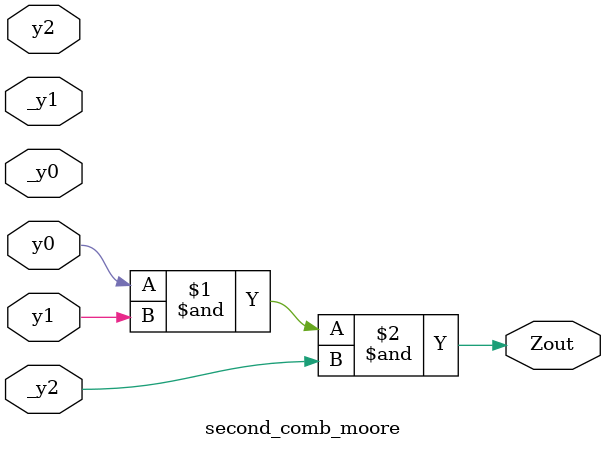
<source format=v>


module first_comb_moore(
    W, _W,
    y0, _y0,
    y1, _y1,
    y2, _y2,
    next_y0,
    next_y1,
    next_y2
);

//=============Input Ports=============================
    input   W, _W, y0, _y0, y1, _y1, y2, _y2;
//=============Output Ports============================
    output  next_y0,next_y1,next_y2;
//=============Input ports Data Type===================
    wire    W, _W, y0, _y0, y1, _y1, y2, _y2;
//=============Output Ports Data Type==================
    wire     next_y0,next_y1,next_y2;
//=============Aux wires===============================
    wire aux1;
    wire aux2;
    wire aux3;
    wire aux4;

//*************Calculate next_y0***********************
    and (next_y0,_y0,y1,_y2,_W);

//*************Calculate next_y1***********************
    and (aux1,_y0,y2,_W);
    and (aux2,_y0,y1,_W);
    or (next_y1, aux1, aux2);

//*************Calculate next_y2***********************
    and (aux3,_y0,_y1,_W);
    and (aux4,y0,y1,_y2,_W);
    or (next_y2, aux3, aux4);

endmodule


//Combinational logic after flip flop for moore implementation
//INPUTS: current state (y0, y1,y2)
//OUTPUT: FSM output(Zout)
//in addition, every input has is not counterpart 
module second_comb_moore(
    y0, _y0,
    y1, _y1,
    y2, _y2,
    Zout
);

//=============Input Ports=============================
    input   y0, _y0, y1, _y1, y2, _y2;
//=============Output Ports============================
    output  Zout;
//=============Input ports Data Type===================
    wire    y0, _y0, y1, _y1, y2, _y2;
//=============Output Ports Data Type==================
    wire     Zout;

//*************Calculate Zout**************************
    and (Zout,y0,y1,_y2);

endmodule 
</source>
